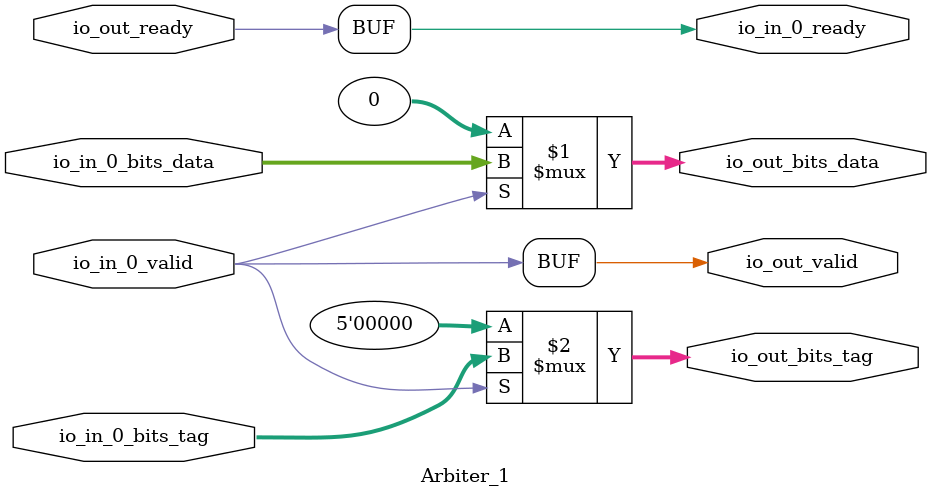
<source format=sv>
`ifndef RANDOMIZE
  `ifdef RANDOMIZE_MEM_INIT
    `define RANDOMIZE
  `endif // RANDOMIZE_MEM_INIT
`endif // not def RANDOMIZE
`ifndef RANDOMIZE
  `ifdef RANDOMIZE_REG_INIT
    `define RANDOMIZE
  `endif // RANDOMIZE_REG_INIT
`endif // not def RANDOMIZE

`ifndef RANDOM
  `define RANDOM $random
`endif // not def RANDOM

// Users can define INIT_RANDOM as general code that gets injected into the
// initializer block for modules with registers.
`ifndef INIT_RANDOM
  `define INIT_RANDOM
`endif // not def INIT_RANDOM

// If using random initialization, you can also define RANDOMIZE_DELAY to
// customize the delay used, otherwise 0.002 is used.
`ifndef RANDOMIZE_DELAY
  `define RANDOMIZE_DELAY 0.002
`endif // not def RANDOMIZE_DELAY

// Define INIT_RANDOM_PROLOG_ for use in our modules below.
`ifndef INIT_RANDOM_PROLOG_
  `ifdef RANDOMIZE
    `ifdef VERILATOR
      `define INIT_RANDOM_PROLOG_ `INIT_RANDOM
    `else  // VERILATOR
      `define INIT_RANDOM_PROLOG_ `INIT_RANDOM #`RANDOMIZE_DELAY begin end
    `endif // VERILATOR
  `else  // RANDOMIZE
    `define INIT_RANDOM_PROLOG_
  `endif // RANDOMIZE
`endif // not def INIT_RANDOM_PROLOG_

// Include register initializers in init blocks unless synthesis is set
`ifndef SYNTHESIS
  `ifndef ENABLE_INITIAL_REG_
    `define ENABLE_INITIAL_REG_
  `endif // not def ENABLE_INITIAL_REG_
`endif // not def SYNTHESIS

// Include rmemory initializers in init blocks unless synthesis is set
`ifndef SYNTHESIS
  `ifndef ENABLE_INITIAL_MEM_
    `define ENABLE_INITIAL_MEM_
  `endif // not def ENABLE_INITIAL_MEM_
`endif // not def SYNTHESIS

// Standard header to adapt well known macros for prints and assertions.

// Users can define 'PRINTF_COND' to add an extra gate to prints.
`ifndef PRINTF_COND_
  `ifdef PRINTF_COND
    `define PRINTF_COND_ (`PRINTF_COND)
  `else  // PRINTF_COND
    `define PRINTF_COND_ 1
  `endif // PRINTF_COND
`endif // not def PRINTF_COND_

// Users can define 'ASSERT_VERBOSE_COND' to add an extra gate to assert error printing.
`ifndef ASSERT_VERBOSE_COND_
  `ifdef ASSERT_VERBOSE_COND
    `define ASSERT_VERBOSE_COND_ (`ASSERT_VERBOSE_COND)
  `else  // ASSERT_VERBOSE_COND
    `define ASSERT_VERBOSE_COND_ 1
  `endif // ASSERT_VERBOSE_COND
`endif // not def ASSERT_VERBOSE_COND_

// Users can define 'STOP_COND' to add an extra gate to stop conditions.
`ifndef STOP_COND_
  `ifdef STOP_COND
    `define STOP_COND_ (`STOP_COND)
  `else  // STOP_COND
    `define STOP_COND_ 1
  `endif // STOP_COND
`endif // not def STOP_COND_

module Arbiter_1(
  output        io_in_0_ready,	// @[src/main/scala/chisel3/util/Arbiter.scala:134:14]
  input         io_in_0_valid,	// @[src/main/scala/chisel3/util/Arbiter.scala:134:14]
  input  [31:0] io_in_0_bits_data,	// @[src/main/scala/chisel3/util/Arbiter.scala:134:14]
  input  [4:0]  io_in_0_bits_tag,	// @[src/main/scala/chisel3/util/Arbiter.scala:134:14]
  input         io_out_ready,	// @[src/main/scala/chisel3/util/Arbiter.scala:134:14]
  output        io_out_valid,	// @[src/main/scala/chisel3/util/Arbiter.scala:134:14]
  output [31:0] io_out_bits_data,	// @[src/main/scala/chisel3/util/Arbiter.scala:134:14]
  output [4:0]  io_out_bits_tag	// @[src/main/scala/chisel3/util/Arbiter.scala:134:14]
);

  assign io_in_0_ready = io_out_ready;
  assign io_out_valid = io_in_0_valid;
  assign io_out_bits_data = io_in_0_valid ? io_in_0_bits_data : 32'h0;	// @[src/main/scala/chisel3/util/Arbiter.scala:134:14, :137:15, :139:26, :141:19]
  assign io_out_bits_tag = io_in_0_valid ? io_in_0_bits_tag : 5'h0;	// @[src/main/scala/chisel3/util/Arbiter.scala:134:14, :137:15, :139:26, :141:19]
endmodule


</source>
